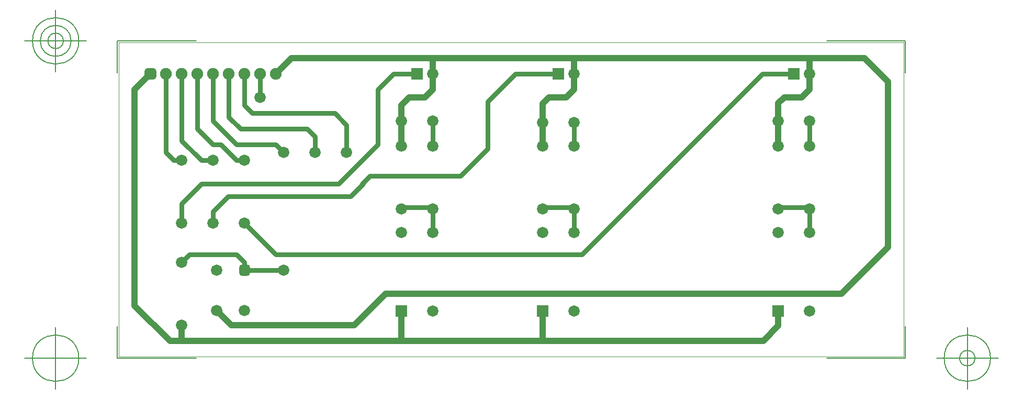
<source format=gbr>
G04 Generated by Ultiboard 14.3 *
%FSLAX25Y25*%
%MOIN*%

%ADD10C,0.00001*%
%ADD11C,0.00004*%
%ADD12C,0.03000*%
%ADD13C,0.04000*%
%ADD14C,0.00500*%
%ADD15C,0.00005*%
%ADD16C,0.03917*%
%ADD17C,0.04000*%
%ADD18C,0.07500*%
%ADD19C,0.07200*%
%ADD20R,0.07200X0.07200*%


G04 ColorRGB 0000FF for the following layer *
%LNCopper Bottom*%
%LPD*%
G54D10*
G54D11*
G36*
X16250Y178209D02*
X16250Y181792D01*
X23750Y181792D01*
X23750Y178209D01*
X16250Y178209D01*
G37*
G36*
X18209Y176250D02*
X18209Y183750D01*
X21792Y183750D01*
X21792Y176250D01*
X18209Y176250D01*
G37*
G36*
X76400Y53400D02*
X76400Y56600D01*
X83600Y56600D01*
X83600Y53400D01*
X76400Y53400D01*
G37*
G36*
X78400Y51400D02*
X78400Y58600D01*
X81600Y58600D01*
X81600Y51400D01*
X78400Y51400D01*
G37*
G54D12*
X80000Y125000D02*
X75000Y125000D01*
X65000Y135000D01*
X60000Y135000D01*
X50000Y145000D02*
X60000Y135000D01*
X50000Y160000D02*
X50000Y145000D01*
X200000Y150000D02*
X200000Y134033D01*
X105000Y130000D02*
X100000Y135000D01*
X75000Y135000D01*
X60000Y150000D02*
X75000Y135000D01*
X60000Y180000D02*
X60000Y150000D01*
X290000Y149517D02*
X290000Y134033D01*
X125000Y140000D02*
X125000Y130000D01*
X120000Y145000D02*
X125000Y140000D01*
X120000Y145000D02*
X77500Y145000D01*
X70000Y152500D02*
X77500Y145000D01*
X70000Y152500D02*
X70000Y180000D01*
X440000Y150000D02*
X440000Y134033D01*
X145000Y147500D02*
X145000Y130000D01*
X137500Y155000D02*
X145000Y147500D01*
X137500Y155000D02*
X85000Y155000D01*
X80000Y160000D02*
X85000Y155000D01*
X80000Y180000D02*
X80000Y160000D01*
X52500Y125000D02*
X60000Y125000D01*
X52500Y125000D02*
X40000Y137500D01*
X40000Y180000D01*
X50000Y160757D02*
X50000Y180000D01*
X35000Y125000D02*
X40000Y125000D01*
X30000Y130000D02*
X35000Y125000D01*
X30000Y180000D02*
X30000Y130000D01*
X80000Y85000D02*
X100000Y65000D01*
X295000Y65000D01*
X410000Y180000D02*
X295000Y65000D01*
X410000Y180000D02*
X430000Y180000D01*
X290000Y94517D02*
X290000Y80000D01*
X270967Y95000D02*
X289517Y95000D01*
X270000Y94033D02*
X270967Y95000D01*
X200000Y94517D02*
X200000Y80000D01*
X180967Y95000D02*
X199517Y95000D01*
X180000Y94033D02*
X180967Y95000D01*
X440000Y94517D02*
X440000Y80000D01*
X420967Y95000D02*
X439517Y95000D01*
X420000Y94033D02*
X420967Y95000D01*
X90000Y180000D02*
X90000Y165000D01*
X105000Y55000D02*
X95000Y55000D01*
X80000Y55000D01*
X80000Y60000D02*
X80000Y55000D01*
X75000Y65000D02*
X80000Y60000D01*
X45000Y65000D02*
X75000Y65000D01*
X40000Y60000D02*
X45000Y65000D01*
X40000Y97500D02*
X40000Y85000D01*
X52500Y110000D02*
X40000Y97500D01*
X52500Y110000D02*
X140000Y110000D01*
X165000Y135000D02*
X140000Y110000D01*
X165000Y135000D02*
X165000Y170000D01*
X175000Y180000D02*
X165000Y170000D01*
X175000Y180000D02*
X190000Y180000D01*
X60000Y92500D02*
X60000Y85000D01*
X60000Y92500D02*
X69500Y102000D01*
X147500Y102000D01*
X155500Y110000D01*
X155000Y110000D01*
X160000Y115000D01*
X217500Y115000D01*
X235000Y132500D01*
X235000Y162500D01*
X252500Y180000D01*
X280000Y180000D01*
G54D13*
X180000Y11172D02*
X180000Y29033D01*
X41172Y10000D02*
X180000Y10000D01*
X181172Y10000D02*
X180000Y11172D01*
X181172Y10000D02*
X410483Y10000D01*
X32500Y10000D02*
X40000Y10000D01*
X41172Y10000D02*
X40000Y11172D01*
X40000Y20000D01*
X270000Y10000D02*
X270000Y29033D01*
X410483Y10000D02*
X420000Y19517D01*
X10000Y32500D02*
X32500Y10000D01*
X420000Y19517D02*
X420000Y29517D01*
X10000Y170000D02*
X10000Y32500D01*
X20000Y180000D02*
X10000Y170000D01*
X200000Y170000D02*
X200000Y190000D01*
X195000Y165000D02*
X200000Y170000D01*
X110000Y190000D02*
X475000Y190000D01*
X185000Y165000D02*
X195000Y165000D01*
X100000Y180000D02*
X110000Y190000D01*
X290000Y170000D02*
X290000Y190000D01*
X440000Y170000D02*
X440000Y190000D01*
X475000Y190000D02*
X490000Y175000D01*
X180000Y160000D02*
X185000Y165000D01*
X285000Y165000D02*
X290000Y170000D01*
X435000Y165000D02*
X440000Y170000D01*
X490000Y69758D02*
X490000Y175000D01*
X180000Y134033D02*
X180000Y160000D01*
X273992Y165000D02*
X285000Y165000D01*
X423750Y165000D02*
X435000Y165000D01*
X460242Y40000D02*
X490000Y69758D01*
X270000Y161008D02*
X273992Y165000D01*
X420000Y161250D02*
X423750Y165000D01*
X170000Y40000D02*
X460000Y40000D01*
X270000Y134033D02*
X270000Y161008D01*
X420000Y134033D02*
X420000Y161250D01*
X150000Y20000D02*
X170000Y40000D01*
X71667Y20000D02*
X150000Y20000D01*
X62333Y29333D02*
X71667Y20000D01*
G54D14*
X-997Y-1000D02*
X-997Y19200D01*
X-997Y-1000D02*
X49203Y-1000D01*
X501003Y-1000D02*
X450803Y-1000D01*
X501003Y-1000D02*
X501003Y19200D01*
X501003Y201000D02*
X501003Y180800D01*
X501003Y201000D02*
X450803Y201000D01*
X-997Y201000D02*
X49203Y201000D01*
X-997Y201000D02*
X-997Y180800D01*
X-20683Y-1000D02*
X-60053Y-1000D01*
X-40368Y-20685D02*
X-40368Y18685D01*
X-55131Y-1000D02*
G75*
D01*
G02X-55131Y-1000I14763J0*
G01*
X520688Y-1000D02*
X560058Y-1000D01*
X540373Y-20685D02*
X540373Y18685D01*
X525609Y-1000D02*
G75*
D01*
G02X525609Y-1000I14764J0*
G01*
X535451Y-1000D02*
G75*
D01*
G02X535451Y-1000I4922J0*
G01*
X-20683Y201000D02*
X-60053Y201000D01*
X-40368Y181315D02*
X-40368Y220685D01*
X-55131Y201000D02*
G75*
D01*
G02X-55131Y201000I14763J0*
G01*
X-50210Y201000D02*
G75*
D01*
G02X-50210Y201000I9842J0*
G01*
X-45289Y201000D02*
G75*
D01*
G02X-45289Y201000I4921J0*
G01*
X-997Y-1000D02*
X-997Y19200D01*
X-997Y-1000D02*
X49203Y-1000D01*
X501003Y-1000D02*
X450803Y-1000D01*
X501003Y-1000D02*
X501003Y19200D01*
X501003Y201000D02*
X501003Y180800D01*
X501003Y201000D02*
X450803Y201000D01*
X-997Y201000D02*
X49203Y201000D01*
X-997Y201000D02*
X-997Y180800D01*
X-20683Y-1000D02*
X-60053Y-1000D01*
X-40368Y-20685D02*
X-40368Y18685D01*
X-55131Y-1000D02*
G75*
D01*
G02X-55131Y-1000I14763J0*
G01*
X520688Y-1000D02*
X560058Y-1000D01*
X540373Y-20685D02*
X540373Y18685D01*
X525609Y-1000D02*
G75*
D01*
G02X525609Y-1000I14764J0*
G01*
X535451Y-1000D02*
G75*
D01*
G02X535451Y-1000I4922J0*
G01*
X-20683Y201000D02*
X-60053Y201000D01*
X-40368Y181315D02*
X-40368Y220685D01*
X-55131Y201000D02*
G75*
D01*
G02X-55131Y201000I14763J0*
G01*
X-50210Y201000D02*
G75*
D01*
G02X-50210Y201000I9842J0*
G01*
X-45289Y201000D02*
G75*
D01*
G02X-45289Y201000I4921J0*
G01*
G54D15*
X3Y0D02*
X500003Y0D01*
X500003Y200000D01*
X3Y200000D01*
X3Y0D01*
G54D16*
X18209Y181792D03*
X21792Y181792D03*
X18209Y178209D03*
X21792Y178209D03*
G54D17*
X78400Y56600D03*
X81600Y56600D03*
X78400Y53400D03*
X81600Y53400D03*
G54D18*
X30000Y180000D03*
X90000Y180000D03*
X60000Y180000D03*
X40000Y180000D03*
X50000Y180000D03*
X70000Y180000D03*
X80000Y180000D03*
X100000Y180000D03*
G54D19*
X105000Y130000D03*
X145000Y130000D03*
X125000Y130000D03*
X90000Y165000D03*
X105000Y55000D03*
X440000Y180000D03*
X290000Y180000D03*
X200000Y180000D03*
X40000Y20000D03*
X40000Y60000D03*
X62333Y29333D03*
X80000Y29333D03*
X62333Y55000D03*
X40000Y85000D03*
X40000Y125000D03*
X60000Y85000D03*
X60000Y125000D03*
X80000Y85000D03*
X80000Y125000D03*
X200000Y29033D03*
X180000Y79033D03*
X200000Y79033D03*
X290000Y29033D03*
X270000Y79033D03*
X290000Y79033D03*
X440000Y29033D03*
X420000Y79033D03*
X440000Y79033D03*
X180000Y94033D03*
X180000Y134033D03*
X200000Y134033D03*
X200000Y94033D03*
X270000Y94033D03*
X270000Y134033D03*
X290000Y134033D03*
X290000Y94033D03*
X420000Y94033D03*
X420000Y134033D03*
X440000Y134033D03*
X440000Y94033D03*
X200000Y150000D03*
X180000Y150000D03*
X290000Y149033D03*
X270000Y149033D03*
X440000Y150000D03*
X420000Y150000D03*
G54D20*
X430000Y180000D03*
X280000Y180000D03*
X190000Y180000D03*
X180000Y29033D03*
X270000Y29033D03*
X420000Y29033D03*

M02*

</source>
